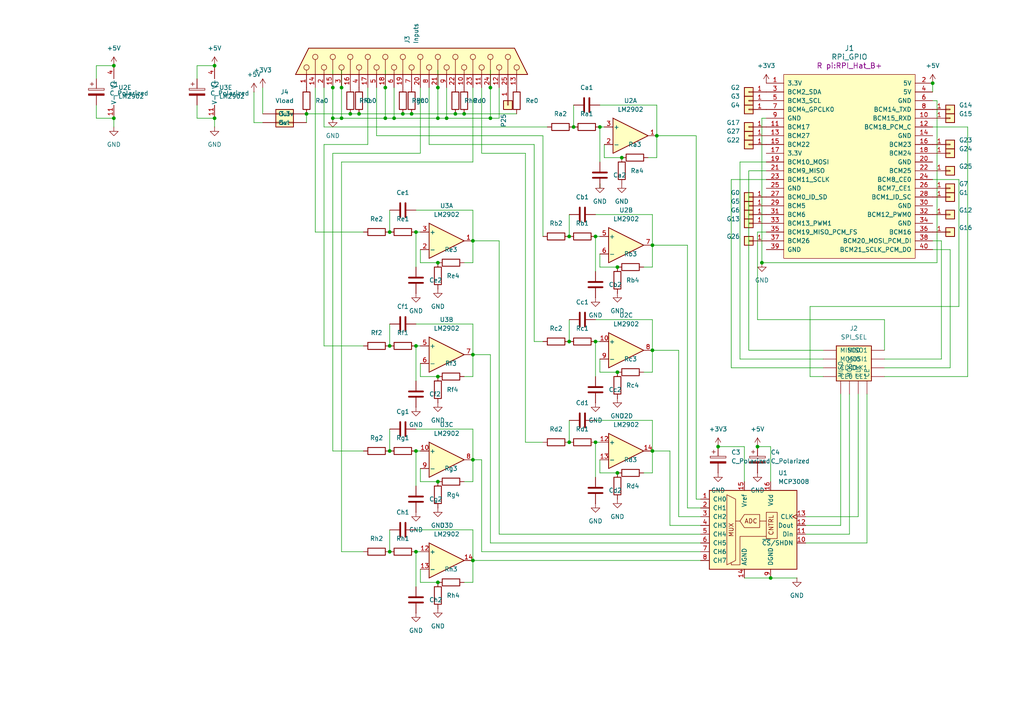
<source format=kicad_sch>
(kicad_sch (version 20231120) (generator "eeschema") (generator_version "8.0")
  (paper "A4")
  (junction (at 88.9 33.02))
  (junction (at 111.76 34.29))
  (junction (at 120.65 100.33))
  (junction (at 208.28 129.54))
  (junction (at 111.76 25.4))
  (junction (at 179.07 77.47))
  (junction (at 96.52 34.29))
  (junction (at 137.16 162.56))
  (junction (at 134.62 33.02))
  (junction (at 127 25.4))
  (junction (at 113.03 67.31))
  (junction (at 179.07 107.95))
  (junction (at 127 139.7))
  (junction (at 62.23 19.05))
  (junction (at 120.65 160.02))
  (junction (at 165.1 68.58))
  (junction (at 104.14 33.02))
  (junction (at 129.54 34.29))
  (junction (at 219.71 129.54))
  (junction (at 114.3 34.29))
  (junction (at 101.6 33.02))
  (junction (at 99.06 34.29))
  (junction (at 142.24 25.4))
  (junction (at 172.72 99.06))
  (junction (at 127 34.29))
  (junction (at 33.02 34.29))
  (junction (at 223.52 167.64))
  (junction (at 33.02 19.05))
  (junction (at 119.38 33.02))
  (junction (at 120.65 130.81))
  (junction (at 220.98 76.2))
  (junction (at 137.16 69.85))
  (junction (at 62.23 34.29))
  (junction (at 127 76.2))
  (junction (at 132.08 33.02))
  (junction (at 172.72 68.58))
  (junction (at 127 109.22))
  (junction (at 165.1 99.06))
  (junction (at 180.34 45.72))
  (junction (at 189.23 71.12))
  (junction (at 166.37 36.83))
  (junction (at 165.1 128.27))
  (junction (at 190.5 39.37))
  (junction (at 172.72 128.27))
  (junction (at 137.16 102.87))
  (junction (at 127 168.91))
  (junction (at 189.23 101.6))
  (junction (at 113.03 100.33))
  (junction (at 120.65 67.31))
  (junction (at 179.07 137.16))
  (junction (at 142.24 34.29))
  (junction (at 113.03 130.81))
  (junction (at 113.03 160.02))
  (junction (at 270.51 24.13))
  (junction (at 137.16 133.35))
  (junction (at 116.84 33.02))
  (junction (at 189.23 130.81))
  (junction (at 173.99 36.83))
  (junction (at 99.06 25.4))
  (junction (at 96.52 25.4))
  (wire (pts (xy 120.65 100.33) (xy 120.65 110.49)))
  (wire (pts (xy 199.39 147.32) (xy 203.2 147.32)))
  (wire (pts (xy 120.65 124.46) (xy 137.16 124.46)))
  (wire (pts (xy 189.23 71.12) (xy 189.23 77.47)))
  (wire (pts (xy 189.23 101.6) (xy 196.85 101.6)))
  (wire (pts (xy 189.23 121.92) (xy 189.23 130.81)))
  (wire (pts (xy 271.78 76.2) (xy 220.98 76.2)))
  (wire (pts (xy 76.2 25.4) (xy 76.2 33.02)))
  (wire (pts (xy 124.46 41.91) (xy 154.94 41.91)))
  (wire (pts (xy 134.62 33.02) (xy 149.86 33.02)))
  (wire (pts (xy 154.94 41.91) (xy 154.94 99.06)))
  (wire (pts (xy 243.84 152.4) (xy 243.84 114.3)))
  (wire (pts (xy 121.92 76.2) (xy 127 76.2)))
  (wire (pts (xy 223.52 167.64) (xy 231.14 167.64)))
  (wire (pts (xy 189.23 101.6) (xy 189.23 107.95)))
  (wire (pts (xy 144.78 69.85) (xy 137.16 69.85)))
  (wire (pts (xy 137.16 153.67) (xy 137.16 162.56)))
  (wire (pts (xy 175.26 36.83) (xy 173.99 36.83)))
  (wire (pts (xy 114.3 34.29) (xy 127 34.29)))
  (wire (pts (xy 222.25 52.07) (xy 212.09 52.07)))
  (wire (pts (xy 190.5 39.37) (xy 201.93 39.37)))
  (wire (pts (xy 111.76 34.29) (xy 114.3 34.29)))
  (wire (pts (xy 173.99 68.58) (xy 172.72 68.58)))
  (wire (pts (xy 27.94 30.48) (xy 27.94 34.29)))
  (wire (pts (xy 165.1 121.92) (xy 165.1 128.27)))
  (wire (pts (xy 172.72 99.06) (xy 172.72 109.22)))
  (wire (pts (xy 173.99 137.16) (xy 179.07 137.16)))
  (wire (pts (xy 246.38 154.94) (xy 246.38 114.3)))
  (wire (pts (xy 57.15 30.48) (xy 57.15 34.29)))
  (wire (pts (xy 189.23 130.81) (xy 189.23 137.16)))
  (wire (pts (xy 120.65 130.81) (xy 120.65 140.97)))
  (wire (pts (xy 173.99 54.61) (xy 173.99 53.34)))
  (wire (pts (xy 120.65 93.98) (xy 137.16 93.98)))
  (wire (pts (xy 270.51 24.13) (xy 270.51 26.67)))
  (wire (pts (xy 270.51 36.83) (xy 280.67 36.83)))
  (wire (pts (xy 256.54 92.71) (xy 256.54 101.6)))
  (wire (pts (xy 166.37 30.48) (xy 166.37 36.83)))
  (wire (pts (xy 190.5 30.48) (xy 190.5 39.37)))
  (wire (pts (xy 99.06 20.32) (xy 99.06 25.4)))
  (wire (pts (xy 137.16 102.87) (xy 137.16 109.22)))
  (wire (pts (xy 212.09 52.07) (xy 212.09 106.68)))
  (wire (pts (xy 234.95 109.22) (xy 238.76 109.22)))
  (wire (pts (xy 27.94 19.05) (xy 27.94 22.86)))
  (wire (pts (xy 93.98 100.33) (xy 105.41 100.33)))
  (wire (pts (xy 189.23 92.71) (xy 189.23 101.6)))
  (wire (pts (xy 137.16 133.35) (xy 137.16 139.7)))
  (wire (pts (xy 121.92 168.91) (xy 127 168.91)))
  (wire (pts (xy 101.6 33.02) (xy 104.14 33.02)))
  (wire (pts (xy 113.03 60.96) (xy 113.03 67.31)))
  (wire (pts (xy 96.52 34.29) (xy 96.52 25.4)))
  (wire (pts (xy 222.25 67.31) (xy 219.71 67.31)))
  (wire (pts (xy 121.92 160.02) (xy 120.65 160.02)))
  (wire (pts (xy 275.59 106.68) (xy 256.54 106.68)))
  (wire (pts (xy 271.78 29.21) (xy 271.78 76.2)))
  (wire (pts (xy 219.71 67.31) (xy 219.71 92.71)))
  (wire (pts (xy 121.92 135.89) (xy 121.92 139.7)))
  (wire (pts (xy 88.9 33.02) (xy 101.6 33.02)))
  (wire (pts (xy 124.46 25.4) (xy 124.46 41.91)))
  (wire (pts (xy 214.63 104.14) (xy 238.76 104.14)))
  (wire (pts (xy 121.92 67.31) (xy 120.65 67.31)))
  (wire (pts (xy 217.17 49.53) (xy 217.17 101.6)))
  (wire (pts (xy 273.05 104.14) (xy 256.54 104.14)))
  (wire (pts (xy 127 25.4) (xy 127 34.29)))
  (wire (pts (xy 157.48 39.37) (xy 157.48 68.58)))
  (wire (pts (xy 142.24 102.87) (xy 137.16 102.87)))
  (wire (pts (xy 203.2 160.02) (xy 139.7 160.02)))
  (wire (pts (xy 173.99 77.47) (xy 179.07 77.47)))
  (wire (pts (xy 106.68 41.91) (xy 93.98 41.91)))
  (wire (pts (xy 273.05 69.85) (xy 273.05 104.14)))
  (wire (pts (xy 173.99 36.83) (xy 173.99 46.99)))
  (wire (pts (xy 113.03 153.67) (xy 113.03 160.02)))
  (wire (pts (xy 278.13 88.9) (xy 234.95 88.9)))
  (wire (pts (xy 121.92 44.45) (xy 96.52 44.45)))
  (wire (pts (xy 280.67 109.22) (xy 256.54 109.22)))
  (wire (pts (xy 121.92 25.4) (xy 121.92 44.45)))
  (wire (pts (xy 99.06 160.02) (xy 105.41 160.02)))
  (wire (pts (xy 73.66 26.67) (xy 73.66 35.56)))
  (wire (pts (xy 248.92 149.86) (xy 233.68 149.86)))
  (wire (pts (xy 137.16 60.96) (xy 137.16 69.85)))
  (wire (pts (xy 175.26 41.91) (xy 175.26 45.72)))
  (wire (pts (xy 62.23 36.83) (xy 62.23 34.29)))
  (wire (pts (xy 33.02 36.83) (xy 33.02 34.29)))
  (wire (pts (xy 270.51 69.85) (xy 273.05 69.85)))
  (wire (pts (xy 91.44 25.4) (xy 91.44 67.31)))
  (wire (pts (xy 248.92 114.3) (xy 248.92 149.86)))
  (wire (pts (xy 120.65 153.67) (xy 137.16 153.67)))
  (wire (pts (xy 121.92 100.33) (xy 120.65 100.33)))
  (wire (pts (xy 111.76 25.4) (xy 111.76 34.29)))
  (wire (pts (xy 173.99 73.66) (xy 173.99 77.47)))
  (wire (pts (xy 99.06 34.29) (xy 96.52 34.29)))
  (wire (pts (xy 62.23 19.05) (xy 57.15 19.05)))
  (wire (pts (xy 199.39 71.12) (xy 199.39 147.32)))
  (wire (pts (xy 33.02 34.29) (xy 27.94 34.29)))
  (wire (pts (xy 121.92 109.22) (xy 127 109.22)))
  (wire (pts (xy 219.71 129.54) (xy 223.52 129.54)))
  (wire (pts (xy 134.62 76.2) (xy 137.16 76.2)))
  (wire (pts (xy 120.65 160.02) (xy 120.65 170.18)))
  (wire (pts (xy 215.9 129.54) (xy 215.9 139.7)))
  (wire (pts (xy 203.2 154.94) (xy 144.78 154.94)))
  (wire (pts (xy 251.46 157.48) (xy 251.46 114.3)))
  (wire (pts (xy 121.92 105.41) (xy 121.92 109.22)))
  (wire (pts (xy 194.31 130.81) (xy 194.31 152.4)))
  (wire (pts (xy 134.62 168.91) (xy 137.16 168.91)))
  (wire (pts (xy 129.54 34.29) (xy 142.24 34.29)))
  (wire (pts (xy 214.63 46.99) (xy 214.63 104.14)))
  (wire (pts (xy 142.24 157.48) (xy 142.24 102.87)))
  (wire (pts (xy 280.67 36.83) (xy 280.67 109.22)))
  (wire (pts (xy 119.38 33.02) (xy 132.08 33.02)))
  (wire (pts (xy 96.52 130.81) (xy 105.41 130.81)))
  (wire (pts (xy 172.72 121.92) (xy 189.23 121.92)))
  (wire (pts (xy 173.99 107.95) (xy 179.07 107.95)))
  (wire (pts (xy 106.68 25.4) (xy 106.68 41.91)))
  (wire (pts (xy 212.09 106.68) (xy 238.76 106.68)))
  (wire (pts (xy 120.65 67.31) (xy 120.65 77.47)))
  (wire (pts (xy 139.7 44.45) (xy 152.4 44.45)))
  (wire (pts (xy 152.4 44.45) (xy 152.4 128.27)))
  (wire (pts (xy 222.25 34.29) (xy 220.98 34.29)))
  (wire (pts (xy 165.1 92.71) (xy 165.1 99.06)))
  (wire (pts (xy 99.06 46.99) (xy 99.06 160.02)))
  (wire (pts (xy 137.16 124.46) (xy 137.16 133.35)))
  (wire (pts (xy 172.72 68.58) (xy 172.72 78.74)))
  (wire (pts (xy 134.62 109.22) (xy 137.16 109.22)))
  (wire (pts (xy 104.14 33.02) (xy 116.84 33.02)))
  (wire (pts (xy 233.68 152.4) (xy 243.84 152.4)))
  (wire (pts (xy 173.99 133.35) (xy 173.99 137.16)))
  (wire (pts (xy 219.71 92.71) (xy 256.54 92.71)))
  (wire (pts (xy 137.16 25.4) (xy 137.16 46.99)))
  (wire (pts (xy 113.03 93.98) (xy 113.03 100.33)))
  (wire (pts (xy 173.99 128.27) (xy 172.72 128.27)))
  (wire (pts (xy 208.28 129.54) (xy 215.9 129.54)))
  (wire (pts (xy 121.92 72.39) (xy 121.92 76.2)))
  (wire (pts (xy 116.84 33.02) (xy 119.38 33.02)))
  (wire (pts (xy 99.06 34.29) (xy 111.76 34.29)))
  (wire (pts (xy 111.76 20.32) (xy 111.76 25.4)))
  (wire (pts (xy 172.72 92.71) (xy 189.23 92.71)))
  (wire (pts (xy 142.24 25.4) (xy 142.24 34.29)))
  (wire (pts (xy 172.72 128.27) (xy 172.72 138.43)))
  (wire (pts (xy 120.65 60.96) (xy 137.16 60.96)))
  (wire (pts (xy 172.72 62.23) (xy 189.23 62.23)))
  (wire (pts (xy 99.06 25.4) (xy 99.06 34.29)))
  (wire (pts (xy 165.1 62.23) (xy 165.1 68.58)))
  (wire (pts (xy 173.99 104.14) (xy 173.99 107.95)))
  (wire (pts (xy 144.78 34.29) (xy 144.78 25.4)))
  (wire (pts (xy 134.62 139.7) (xy 137.16 139.7)))
  (wire (pts (xy 137.16 93.98) (xy 137.16 102.87)))
  (wire (pts (xy 93.98 25.4) (xy 93.98 36.83)))
  (wire (pts (xy 142.24 34.29) (xy 144.78 34.29)))
  (wire (pts (xy 137.16 69.85) (xy 137.16 76.2)))
  (wire (pts (xy 215.9 167.64) (xy 223.52 167.64)))
  (wire (pts (xy 186.69 77.47) (xy 189.23 77.47)))
  (wire (pts (xy 270.51 72.39) (xy 275.59 72.39)))
  (wire (pts (xy 57.15 19.05) (xy 57.15 22.86)))
  (wire (pts (xy 278.13 52.07) (xy 278.13 88.9)))
  (wire (pts (xy 109.22 39.37) (xy 157.48 39.37)))
  (wire (pts (xy 62.23 34.29) (xy 57.15 34.29)))
  (wire (pts (xy 121.92 165.1) (xy 121.92 168.91)))
  (wire (pts (xy 186.69 107.95) (xy 189.23 107.95)))
  (wire (pts (xy 270.51 52.07) (xy 278.13 52.07)))
  (wire (pts (xy 96.52 20.32) (xy 96.52 25.4)))
  (wire (pts (xy 234.95 88.9) (xy 234.95 109.22)))
  (wire (pts (xy 222.25 46.99) (xy 214.63 46.99)))
  (wire (pts (xy 73.66 35.56) (xy 76.2 35.56)))
  (wire (pts (xy 173.99 99.06) (xy 172.72 99.06)))
  (wire (pts (xy 189.23 71.12) (xy 199.39 71.12)))
  (wire (pts (xy 270.51 29.21) (xy 271.78 29.21)))
  (wire (pts (xy 91.44 67.31) (xy 105.41 67.31)))
  (wire (pts (xy 109.22 25.4) (xy 109.22 39.37)))
  (wire (pts (xy 132.08 33.02) (xy 134.62 33.02)))
  (wire (pts (xy 223.52 129.54) (xy 223.52 139.7)))
  (wire (pts (xy 220.98 34.29) (xy 220.98 76.2)))
  (wire (pts (xy 93.98 41.91) (xy 93.98 100.33)))
  (wire (pts (xy 173.99 30.48) (xy 190.5 30.48)))
  (wire (pts (xy 201.93 39.37) (xy 201.93 144.78)))
  (wire (pts (xy 33.02 19.05) (xy 27.94 19.05)))
  (wire (pts (xy 139.7 160.02) (xy 139.7 133.35)))
  (wire (pts (xy 196.85 149.86) (xy 203.2 149.86)))
  (wire (pts (xy 139.7 133.35) (xy 137.16 133.35)))
  (wire (pts (xy 186.69 137.16) (xy 189.23 137.16)))
  (wire (pts (xy 121.92 130.81) (xy 120.65 130.81)))
  (wire (pts (xy 88.9 33.02) (xy 88.9 35.56)))
  (wire (pts (xy 233.68 154.94) (xy 246.38 154.94)))
  (wire (pts (xy 196.85 101.6) (xy 196.85 149.86)))
  (wire (pts (xy 127 34.29) (xy 129.54 34.29)))
  (wire (pts (xy 127 20.32) (xy 127 25.4)))
  (wire (pts (xy 142.24 20.32) (xy 142.24 25.4)))
  (wire (pts (xy 144.78 154.94) (xy 144.78 69.85)))
  (wire (pts (xy 137.16 162.56) (xy 137.16 168.91)))
  (wire (pts (xy 194.31 152.4) (xy 203.2 152.4)))
  (wire (pts (xy 201.93 144.78) (xy 203.2 144.78)))
  (wire (pts (xy 137.16 162.56) (xy 203.2 162.56)))
  (wire (pts (xy 129.54 34.29) (xy 129.54 25.4)))
  (wire (pts (xy 96.52 44.45) (xy 96.52 130.81)))
  (wire (pts (xy 189.23 62.23) (xy 189.23 71.12)))
  (wire (pts (xy 190.5 45.72) (xy 190.5 39.37)))
  (wire (pts (xy 121.92 139.7) (xy 127 139.7)))
  (wire (pts (xy 139.7 25.4) (xy 139.7 44.45)))
  (wire (pts (xy 152.4 128.27) (xy 157.48 128.27)))
  (wire (pts (xy 114.3 34.29) (xy 114.3 25.4)))
  (wire (pts (xy 113.03 124.46) (xy 113.03 130.81)))
  (wire (pts (xy 189.23 130.81) (xy 194.31 130.81)))
  (wire (pts (xy 137.16 46.99) (xy 99.06 46.99)))
  (wire (pts (xy 275.59 72.39) (xy 275.59 106.68)))
  (wire (pts (xy 175.26 45.72) (xy 180.34 45.72)))
  (wire (pts (xy 203.2 157.48) (xy 142.24 157.48)))
  (wire (pts (xy 154.94 99.06) (xy 157.48 99.06)))
  (wire (pts (xy 217.17 101.6) (xy 238.76 101.6)))
  (wire (pts (xy 187.96 45.72) (xy 190.5 45.72)))
  (wire (pts (xy 233.68 157.48) (xy 251.46 157.48)))
  (wire (pts (xy 222.25 49.53) (xy 217.17 49.53)))
  (wire (pts (xy 93.98 36.83) (xy 158.75 36.83)))
  (symbol (lib_id "power:GND") (at 120.65 118.11 0) (unit 1)
    (property "Reference" "#PWR016" (effects (hide yes)))
    (property "Value" "GND" (at 120.65 123.19 0))
    (property "Description" "Power symbol creates a global label with name \"GND\" , ground" (effects (hide yes)))
  )
  (symbol (lib_id "Connector_Generic:Conn_01x01") (at 217.17 41.91 0) (mirror y) (unit 1)
    (property "Reference" "G22" (at 214.63 40.6399 0) (effects (justify left)))
    (property "Value" "GPIO22" (effects (hide yes)))
    (property "Footprint" "Connector_PinHeader_2.54mm:PinHeader_1x01_P2.54mm_Vertical" (effects (hide yes)))
    (property "Description" "Generic connector, single row, 01x01, script generated (kicad-library-utils/schlib/autogen/connector/)" (effects (hide yes)))
  )
  (symbol (lib_id "Connector_Generic:Conn_01x01") (at 217.17 57.15 0) (mirror y) (unit 1)
    (property "Reference" "G0" (at 214.63 55.8799 0) (effects (justify left)))
    (property "Value" "GPIO0" (effects (hide yes)))
    (property "Footprint" "Connector_PinHeader_2.54mm:PinHeader_1x01_P2.54mm_Vertical" (effects (hide yes)))
    (property "Description" "Generic connector, single row, 01x01, script generated (kicad-library-utils/schlib/autogen/connector/)" (effects (hide yes)))
  )
  (symbol (lib_id "Amplifier_Operational:LM2902") (at 181.61 71.12 0) (unit 2)
    (property "Reference" "U2" (at 181.61 60.96 0))
    (property "Value" "LM2902" (at 181.61 63.5 0))
    (property "Footprint" "Package_DIP:DIP-14_W7.62mm" (effects (hide yes)))
    (property "Datasheet" "http://www.ti.com/lit/ds/symlink/lm2902-n.pdf" (effects (hide yes)))
    (property "Description" "Low-Power, Quad-Operational Amplifiers, DIP-14/SOIC-14/SSOP-14" (effects (hide yes)))
  )
  (symbol (lib_id "Connector_Generic:Conn_01x01") (at 275.59 54.61 0) (unit 1)
    (property "Reference" "G7" (at 278.13 53.3399 0) (effects (justify left)))
    (property "Value" "GPIO07" (effects (hide yes)))
    (property "Footprint" "Connector_PinHeader_2.54mm:PinHeader_1x01_P2.54mm_Vertical" (effects (hide yes)))
    (property "Description" "Generic connector, single row, 01x01, script generated (kicad-library-utils/schlib/autogen/connector/)" (effects (hide yes)))
  )
  (symbol (lib_id "Device:R") (at 179.07 81.28 180) (unit 1)
    (property "Reference" "Rb4" (at 181.61 81.2799 0) (effects (justify right)))
    (property "Value" "R" (effects (hide yes)))
    (property "Footprint" "Resistor_THT:R_Axial_DIN0204_L3.6mm_D1.6mm_P7.62mm_Horizontal" (effects (hide yes)))
    (property "Description" "Resistor" (effects (hide yes)))
  )
  (symbol (lib_id "Device:R") (at 180.34 49.53 180) (unit 1)
    (property "Reference" "Ra4" (at 182.88 49.5299 0) (effects (justify right)))
    (property "Value" "R" (effects (hide yes)))
    (property "Footprint" "Resistor_THT:R_Axial_DIN0204_L3.6mm_D1.6mm_P7.62mm_Horizontal" (effects (hide yes)))
    (property "Description" "Resistor" (effects (hide yes)))
  )
  (symbol (lib_id "Device:R") (at 127 113.03 180) (unit 1)
    (property "Reference" "Rf4" (at 129.54 113.0299 0) (effects (justify right)))
    (property "Value" "R" (effects (hide yes)))
    (property "Footprint" "Resistor_THT:R_Axial_DIN0204_L3.6mm_D1.6mm_P7.62mm_Horizontal" (effects (hide yes)))
    (property "Description" "Resistor" (effects (hide yes)))
  )
  (symbol (lib_id "power:GND") (at 62.23 36.83 0) (unit 1)
    (property "Reference" "#PWR020" (effects (hide yes)))
    (property "Value" "GND" (at 62.23 41.91 0))
    (property "Description" "Power symbol creates a global label with name \"GND\" , ground" (effects (hide yes)))
  )
  (symbol (lib_id "Device:R") (at 116.84 160.02 90) (unit 1)
    (property "Reference" "Rh1" (at 116.84 156.21 90))
    (property "Value" "R" (effects (hide yes)))
    (property "Footprint" "Resistor_THT:R_Axial_DIN0204_L3.6mm_D1.6mm_P7.62mm_Horizontal" (effects (hide yes)))
    (property "Description" "Resistor" (effects (hide yes)))
  )
  (symbol (lib_id "Device:R") (at 130.81 168.91 90) (unit 1)
    (property "Reference" "Rh3" (at 130.81 165.1 90))
    (property "Value" "R" (effects (hide yes)))
    (property "Footprint" "Resistor_THT:R_Axial_DIN0204_L3.6mm_D1.6mm_P7.62mm_Horizontal" (effects (hide yes)))
    (property "Description" "Resistor" (effects (hide yes)))
  )
  (symbol (lib_id "Device:C") (at 172.72 142.24 0) (unit 1)
    (property "Reference" "Cd2" (at 176.53 142.2399 0) (effects (justify left)))
    (property "Value" "C" (effects (hide yes)))
    (property "Footprint" "Capacitor_THT:C_Disc_D7.5mm_W5.0mm_P10.00mm" (effects (hide yes)))
    (property "Description" "Unpolarized capacitor" (effects (hide yes)))
  )
  (symbol (lib_id "power:GND") (at 173.99 53.34 0) (unit 1)
    (property "Reference" "#PWR05" (effects (hide yes)))
    (property "Value" "GND" (at 173.99 58.42 0))
    (property "Description" "Power symbol creates a global label with name \"GND\" , ground" (effects (hide yes)))
  )
  (symbol (lib_id "Device:R") (at 168.91 128.27 90) (unit 1)
    (property "Reference" "Rd1" (at 168.91 124.46 90))
    (property "Value" "R" (effects (hide yes)))
    (property "Footprint" "Resistor_THT:R_Axial_DIN0204_L3.6mm_D1.6mm_P7.62mm_Horizontal" (effects (hide yes)))
    (property "Description" "Resistor" (effects (hide yes)))
  )
  (symbol (lib_id "power:+5V") (at 219.71 129.54 0) (unit 1)
    (property "Reference" "#PWR011" (effects (hide yes)))
    (property "Value" "+5V" (at 219.71 124.46 0))
    (property "Description" "Power symbol creates a global label with name \"+5V\"" (effects (hide yes)))
  )
  (symbol (lib_id "Connector_Generic:Conn_01x01") (at 217.17 59.69 0) (mirror y) (unit 1)
    (property "Reference" "G5" (at 214.63 58.4199 0) (effects (justify left)))
    (property "Value" "GPIO5" (effects (hide yes)))
    (property "Footprint" "Connector_PinHeader_2.54mm:PinHeader_1x01_P2.54mm_Vertical" (effects (hide yes)))
    (property "Description" "Generic connector, single row, 01x01, script generated (kicad-library-utils/schlib/autogen/connector/)" (effects (hide yes)))
  )
  (symbol (lib_id "Connector_Generic:Conn_01x01") (at 217.17 36.83 0) (mirror y) (unit 1)
    (property "Reference" "G17" (at 214.63 35.5599 0) (effects (justify left)))
    (property "Value" "GPIO17" (effects (hide yes)))
    (property "Footprint" "Connector_PinHeader_2.54mm:PinHeader_1x01_P2.54mm_Vertical" (effects (hide yes)))
    (property "Description" "Generic connector, single row, 01x01, script generated (kicad-library-utils/schlib/autogen/connector/)" (effects (hide yes)))
  )
  (symbol (lib_id "Device:C") (at 120.65 144.78 0) (unit 1)
    (property "Reference" "Cg2" (at 124.46 144.7799 0) (effects (justify left)))
    (property "Value" "C" (effects (hide yes)))
    (property "Footprint" "Capacitor_THT:C_Disc_D7.5mm_W5.0mm_P10.00mm" (effects (hide yes)))
    (property "Description" "Unpolarized capacitor" (effects (hide yes)))
  )
  (symbol (lib_id "Device:R") (at 149.86 29.21 0) (unit 1)
    (property "Reference" "Re0" (at 152.4 29.2099 0) (effects (justify left)))
    (property "Value" "R" (effects (hide yes)))
    (property "Footprint" "Resistor_THT:R_Axial_DIN0204_L3.6mm_D1.6mm_P7.62mm_Horizontal" (effects (hide yes)))
    (property "Description" "Resistor" (effects (hide yes)))
  )
  (symbol (lib_id "Device:R") (at 116.84 130.81 90) (unit 1)
    (property "Reference" "Rg1" (at 116.84 127 90))
    (property "Value" "R" (effects (hide yes)))
    (property "Footprint" "Resistor_THT:R_Axial_DIN0204_L3.6mm_D1.6mm_P7.62mm_Horizontal" (effects (hide yes)))
    (property "Description" "Resistor" (effects (hide yes)))
  )
  (symbol (lib_id "Connector_Generic:Conn_01x01") (at 275.59 34.29 0) (unit 1)
    (property "Reference" "G15" (at 278.13 33.0199 0) (effects (justify left)))
    (property "Value" "GPIO15" (effects (hide yes)))
    (property "Footprint" "Connector_PinHeader_2.54mm:PinHeader_1x01_P2.54mm_Vertical" (effects (hide yes)))
    (property "Description" "Generic connector, single row, 01x01, script generated (kicad-library-utils/schlib/autogen/connector/)" (effects (hide yes)))
  )
  (symbol (lib_id "power:+3V3") (at 76.2 25.4 0) (unit 1)
    (property "Reference" "#PWR014" (effects (hide yes)))
    (property "Value" "+3V3" (at 76.2 20.32 0))
    (property "Description" "Power symbol creates a global label with name \"+3V3\"" (effects (hide yes)))
  )
  (symbol (lib_id "power:GND") (at 172.72 116.84 0) (unit 1)
    (property "Reference" "#PWR08" (effects (hide yes)))
    (property "Value" "GND" (at 172.72 121.92 0))
    (property "Description" "Power symbol creates a global label with name \"GND\" , ground" (effects (hide yes)))
  )
  (symbol (lib_id "Connector_Generic:Conn_01x01") (at 275.59 62.23 0) (unit 1)
    (property "Reference" "G12" (at 278.13 60.9599 0) (effects (justify left)))
    (property "Value" "GPIO12" (effects (hide yes)))
    (property "Footprint" "Connector_PinHeader_2.54mm:PinHeader_1x01_P2.54mm_Vertical" (effects (hide yes)))
    (property "Description" "Generic connector, single row, 01x01, script generated (kicad-library-utils/schlib/autogen/connector/)" (effects (hide yes)))
  )
  (symbol (lib_id "Connector_Generic:Conn_01x01") (at 217.17 69.85 0) (mirror y) (unit 1)
    (property "Reference" "G26" (at 214.63 68.5799 0) (effects (justify left)))
    (property "Value" "GPIO26" (effects (hide yes)))
    (property "Footprint" "Connector_PinHeader_2.54mm:PinHeader_1x01_P2.54mm_Vertical" (effects (hide yes)))
    (property "Description" "Generic connector, single row, 01x01, script generated (kicad-library-utils/schlib/autogen/connector/)" (effects (hide yes)))
  )
  (symbol (lib_id "Connector_Generic:Conn_01x01") (at 217.17 29.21 0) (mirror y) (unit 1)
    (property "Reference" "G3" (at 214.63 27.9399 0) (effects (justify left)))
    (property "Value" "GPIO3" (effects (hide yes)))
    (property "Footprint" "Connector_PinHeader_2.54mm:PinHeader_1x01_P2.54mm_Vertical" (effects (hide yes)))
    (property "Description" "Generic connector, single row, 01x01, script generated (kicad-library-utils/schlib/autogen/connector/)" (effects (hide yes)))
  )
  (symbol (lib_id "Device:R") (at 130.81 139.7 90) (unit 1)
    (property "Reference" "Rg3" (at 130.81 135.89 90))
    (property "Value" "R" (effects (hide yes)))
    (property "Footprint" "Resistor_THT:R_Axial_DIN0204_L3.6mm_D1.6mm_P7.62mm_Horizontal" (effects (hide yes)))
    (property "Description" "Resistor" (effects (hide yes)))
  )
  (symbol (lib_id "Device:R") (at 109.22 160.02 90) (unit 1)
    (property "Reference" "Rh2" (at 109.22 156.21 90))
    (property "Value" "R" (effects (hide yes)))
    (property "Footprint" "Resistor_THT:R_Axial_DIN0204_L3.6mm_D1.6mm_P7.62mm_Horizontal" (effects (hide yes)))
    (property "Description" "Resistor" (effects (hide yes)))
  )
  (symbol (lib_id "Device:R") (at 182.88 107.95 90) (unit 1)
    (property "Reference" "Rc3" (at 182.88 104.14 90))
    (property "Value" "R" (effects (hide yes)))
    (property "Footprint" "Resistor_THT:R_Axial_DIN0204_L3.6mm_D1.6mm_P7.62mm_Horizontal" (effects (hide yes)))
    (property "Description" "Resistor" (effects (hide yes)))
  )
  (symbol (lib_id "Connector_Generic:Conn_01x01") (at 275.59 44.45 0) (unit 1)
    (property "Reference" "G24" (at 278.13 43.1799 0) (effects (justify left)))
    (property "Value" "GPIO24" (effects (hide yes)))
    (property "Footprint" "Connector_PinHeader_2.54mm:PinHeader_1x01_P2.54mm_Vertical" (effects (hide yes)))
    (property "Description" "Generic connector, single row, 01x01, script generated (kicad-library-utils/schlib/autogen/connector/)" (effects (hide yes)))
  )
  (symbol (lib_id "power:GND") (at 179.07 144.78 0) (unit 1)
    (property "Reference" "#PWR025" (effects (hide yes)))
    (property "Value" "GND" (at 179.07 149.86 0))
    (property "Description" "Power symbol creates a global label with name \"GND\" , ground" (effects (hide yes)))
  )
  (symbol (lib_id "Device:R") (at 179.07 111.76 180) (unit 1)
    (property "Reference" "Rc4" (at 181.61 111.7599 0) (effects (justify right)))
    (property "Value" "R" (effects (hide yes)))
    (property "Footprint" "Resistor_THT:R_Axial_DIN0204_L3.6mm_D1.6mm_P7.62mm_Horizontal" (effects (hide yes)))
    (property "Description" "Resistor" (effects (hide yes)))
  )
  (symbol (lib_name "C_1") (lib_id "Device:C") (at 168.91 92.71 90) (unit 1)
    (property "Reference" "Cc1" (at 168.91 87.63 90))
    (property "Value" "C" (effects (hide yes)))
    (property "Footprint" "Capacitor_THT:C_Disc_D7.5mm_W5.0mm_P10.00mm" (effects (hide yes)))
    (property "Description" "Unpolarized capacitor" (effects (hide yes)))
  )
  (symbol (lib_id "power:+5V") (at 270.51 24.13 0) (unit 1)
    (property "Reference" "#PWR09" (effects (hide yes)))
    (property "Value" "+5V" (at 270.51 19.05 0))
    (property "Description" "Power symbol creates a global label with name \"+5V\"" (effects (hide yes)))
  )
  (symbol (lib_id "Device:R") (at 170.18 36.83 90) (unit 1)
    (property "Reference" "Ra1" (at 170.18 33.02 90))
    (property "Value" "R" (effects (hide yes)))
    (property "Footprint" "Resistor_THT:R_Axial_DIN0204_L3.6mm_D1.6mm_P7.62mm_Horizontal" (effects (hide yes)))
    (property "Description" "Resistor" (effects (hide yes)))
  )
  (symbol (lib_id "Device:C") (at 120.65 114.3 0) (unit 1)
    (property "Reference" "Cf2" (at 124.46 114.2999 0) (effects (justify left)))
    (property "Value" "C" (effects (hide yes)))
    (property "Footprint" "Capacitor_THT:C_Disc_D7.5mm_W5.0mm_P10.00mm" (effects (hide yes)))
    (property "Description" "Unpolarized capacitor" (effects (hide yes)))
  )
  (symbol (lib_id "Amplifier_Operational:LM2902") (at 182.88 39.37 0) (unit 1)
    (property "Reference" "U2" (at 182.88 29.21 0))
    (property "Value" "LM2902" (at 182.88 31.75 0))
    (property "Footprint" "Package_DIP:DIP-14_W7.62mm" (effects (hide yes)))
    (property "Datasheet" "http://www.ti.com/lit/ds/symlink/lm2902-n.pdf" (effects (hide yes)))
    (property "Description" "Low-Power, Quad-Operational Amplifiers, DIP-14/SOIC-14/SSOP-14" (effects (hide yes)))
  )
  (symbol (lib_id "Device:C") (at 172.72 82.55 0) (unit 1)
    (property "Reference" "Cb2" (at 176.53 82.5499 0) (effects (justify left)))
    (property "Value" "C" (effects (hide yes)))
    (property "Footprint" "Capacitor_THT:C_Disc_D7.5mm_W5.0mm_P10.00mm" (effects (hide yes)))
    (property "Description" "Unpolarized capacitor" (effects (hide yes)))
  )
  (symbol (lib_id "power:GND") (at 180.34 53.34 0) (unit 1)
    (property "Reference" "#PWR022" (effects (hide yes)))
    (property "Value" "GND" (at 180.34 58.42 0))
    (property "Description" "Power symbol creates a global label with name \"GND\" , ground" (effects (hide yes)))
  )
  (symbol (lib_id "power:GND") (at 172.72 86.36 0) (unit 1)
    (property "Reference" "#PWR07" (effects (hide yes)))
    (property "Value" "GND" (at 172.72 91.44 0))
    (property "Description" "Power symbol creates a global label with name \"GND\" , ground" (effects (hide yes)))
  )
  (symbol (lib_id "power:GND") (at 208.28 137.16 0) (unit 1)
    (property "Reference" "#PWR030" (effects (hide yes)))
    (property "Value" "GND" (at 208.28 142.24 0))
    (property "Description" "Power symbol creates a global label with name \"GND\" , ground" (effects (hide yes)))
  )
  (symbol (lib_id "Connector_Generic:Conn_01x01") (at 217.17 64.77 0) (mirror y) (unit 1)
    (property "Reference" "G13" (at 214.63 63.4999 0) (effects (justify left)))
    (property "Value" "GPIO13" (effects (hide yes)))
    (property "Footprint" "Connector_PinHeader_2.54mm:PinHeader_1x01_P2.54mm_Vertical" (effects (hide yes)))
    (property "Description" "Generic connector, single row, 01x01, script generated (kicad-library-utils/schlib/autogen/connector/)" (effects (hide yes)))
  )
  (symbol (lib_name "C_1") (lib_id "Device:C") (at 116.84 60.96 90) (unit 1)
    (property "Reference" "Ce1" (at 116.84 55.88 90))
    (property "Value" "C" (effects (hide yes)))
    (property "Footprint" "Capacitor_THT:C_Disc_D7.5mm_W5.0mm_P10.00mm" (effects (hide yes)))
    (property "Description" "Unpolarized capacitor" (effects (hide yes)))
  )
  (symbol (lib_id "power:GND") (at 127 176.53 0) (unit 1)
    (property "Reference" "#PWR029" (effects (hide yes)))
    (property "Value" "GND" (at 127 181.61 0))
    (property "Description" "Power symbol creates a global label with name \"GND\" , ground" (effects (hide yes)))
  )
  (symbol (lib_id "Device:C_Polarized") (at 208.28 133.35 0) (unit 1)
    (property "Reference" "C3" (at 212.09 131.1909 0) (effects (justify left)))
    (property "Value" "C_Polarized" (at 212.09 133.7309 0) (effects (justify left)))
    (property "Footprint" "Capacitor_THT:CP_Radial_D5.0mm_P2.50mm" (effects (hide yes)))
    (property "Description" "Polarized capacitor" (effects (hide yes)))
  )
  (symbol (lib_id "Device:R") (at 130.81 109.22 90) (unit 1)
    (property "Reference" "Rf3" (at 130.81 105.41 90))
    (property "Value" "R" (effects (hide yes)))
    (property "Footprint" "Resistor_THT:R_Axial_DIN0204_L3.6mm_D1.6mm_P7.62mm_Horizontal" (effects (hide yes)))
    (property "Description" "Resistor" (effects (hide yes)))
  )
  (symbol (lib_id "Connector_Generic:Conn_01x01") (at 147.32 30.48 90) (mirror x) (unit 1)
    (property "Reference" "P25" (at 146.0499 33.02 0) (effects (justify left)))
    (property "Value" "GPIO2" (effects (hide yes)))
    (property "Footprint" "Connector_PinHeader_2.54mm:PinHeader_1x01_P2.54mm_Vertical" (effects (hide yes)))
    (property "Description" "Generic connector, single row, 01x01, script generated (kicad-library-utils/schlib/autogen/connector/)" (effects (hide yes)))
  )
  (symbol (lib_id "Device:R") (at 168.91 99.06 90) (unit 1)
    (property "Reference" "Rc1" (at 168.91 95.25 90))
    (property "Value" "R" (effects (hide yes)))
    (property "Footprint" "Resistor_THT:R_Axial_DIN0204_L3.6mm_D1.6mm_P7.62mm_Horizontal" (effects (hide yes)))
    (property "Description" "Resistor" (effects (hide yes)))
  )
  (symbol (lib_id "power:+5V") (at 62.23 19.05 0) (unit 1)
    (property "Reference" "#PWR019" (effects (hide yes)))
    (property "Value" "+5V" (at 62.23 13.97 0))
    (property "Description" "Power symbol creates a global label with name \"+5V\"" (effects (hide yes)))
  )
  (symbol (lib_id "power:+5V") (at 33.02 19.05 0) (unit 1)
    (property "Reference" "#PWR010" (effects (hide yes)))
    (property "Value" "+5V" (at 33.02 13.97 0))
    (property "Description" "Power symbol creates a global label with name \"+5V\"" (effects (hide yes)))
  )
  (symbol (lib_name "C_1") (lib_id "Device:C") (at 116.84 93.98 90) (unit 1)
    (property "Reference" "Cf1" (at 116.84 88.9 90))
    (property "Value" "C" (effects (hide yes)))
    (property "Footprint" "Capacitor_THT:C_Disc_D7.5mm_W5.0mm_P10.00mm" (effects (hide yes)))
    (property "Description" "Unpolarized capacitor" (effects (hide yes)))
  )
  (symbol (lib_id "power:GND") (at 96.52 34.29 0) (unit 1)
    (property "Reference" "#PWR04" (effects (hide yes)))
    (property "Value" "GND" (at 96.52 39.37 0))
    (property "Description" "Power symbol creates a global label with name \"GND\" , ground" (effects (hide yes)))
  )
  (symbol (lib_id "Amplifier_Operational:LM2902") (at 129.54 133.35 0) (unit 3)
    (property "Reference" "U3" (at 129.54 123.19 0))
    (property "Value" "LM2902" (at 129.54 125.73 0))
    (property "Footprint" "Package_DIP:DIP-14_W7.62mm" (effects (hide yes)))
    (property "Datasheet" "http://www.ti.com/lit/ds/symlink/lm2902-n.pdf" (effects (hide yes)))
    (property "Description" "Low-Power, Quad-Operational Amplifiers, DIP-14/SOIC-14/SSOP-14" (effects (hide yes)))
  )
  (symbol (lib_id "power:GND") (at 219.71 137.16 0) (unit 1)
    (property "Reference" "#PWR031" (effects (hide yes)))
    (property "Value" "GND" (at 219.71 142.24 0))
    (property "Description" "Power symbol creates a global label with name \"GND\" , ground" (effects (hide yes)))
  )
  (symbol (lib_id "Device:R") (at 88.9 29.21 0) (unit 1)
    (property "Reference" "Ra0" (at 91.44 29.2099 0) (effects (justify left)))
    (property "Value" "R" (effects (hide yes)))
    (property "Footprint" "Resistor_THT:R_Axial_DIN0204_L3.6mm_D1.6mm_P7.62mm_Horizontal" (effects (hide yes)))
    (property "Description" "Resistor" (effects (hide yes)))
  )
  (symbol (lib_id "power:GND") (at 127 83.82 0) (unit 1)
    (property "Reference" "#PWR026" (effects (hide yes)))
    (property "Value" "GND" (at 127 88.9 0))
    (property "Description" "Power symbol creates a global label with name \"GND\" , ground" (effects (hide yes)))
  )
  (symbol (lib_id "power:GND") (at 172.72 146.05 0) (unit 1)
    (property "Reference" "#PWR021" (effects (hide yes)))
    (property "Value" "GND" (at 172.72 151.13 0))
    (property "Description" "Power symbol creates a global label with name \"GND\" , ground" (effects (hide yes)))
  )
  (symbol (lib_id "power:+5V") (at 73.66 26.67 0) (unit 1)
    (property "Reference" "#PWR06" (effects (hide yes)))
    (property "Value" "+5V" (at 73.66 21.59 0))
    (property "Description" "Power symbol creates a global label with name \"+5V\"" (effects (hide yes)))
  )
  (symbol (lib_id "Device:R") (at 109.22 67.31 90) (unit 1)
    (property "Reference" "Re2" (at 109.22 63.5 90))
    (property "Value" "R" (effects (hide yes)))
    (property "Footprint" "Resistor_THT:R_Axial_DIN0204_L3.6mm_D1.6mm_P7.62mm_Horizontal" (effects (hide yes)))
    (property "Description" "Resistor" (effects (hide yes)))
  )
  (symbol (lib_id "Device:C_Polarized") (at 57.15 26.67 0) (unit 1)
    (property "Reference" "C2" (at 60.96 24.5109 0) (effects (justify left)))
    (property "Value" "C_Polarized" (at 60.96 27.0509 0) (effects (justify left)))
    (property "Footprint" "Capacitor_THT:CP_Radial_D5.0mm_P2.50mm" (effects (hide yes)))
    (property "Description" "Polarized capacitor" (effects (hide yes)))
  )
  (symbol (lib_id "power:GND") (at 120.65 177.8 0) (unit 1)
    (property "Reference" "#PWR018" (effects (hide yes)))
    (property "Value" "GND" (at 120.65 182.88 0))
    (property "Description" "Power symbol creates a global label with name \"GND\" , ground" (effects (hide yes)))
  )
  (symbol (lib_id "Amplifier_Operational:LM2902") (at 35.56 26.67 0) (unit 5)
    (property "Reference" "U2" (at 34.29 25.3999 0) (effects (justify left)))
    (property "Value" "LM2902" (at 34.29 27.9399 0) (effects (justify left)))
    (property "Footprint" "Package_DIP:DIP-14_W7.62mm" (effects (hide yes)))
    (property "Datasheet" "http://www.ti.com/lit/ds/symlink/lm2902-n.pdf" (effects (hide yes)))
    (property "Description" "Low-Power, Quad-Operational Amplifiers, DIP-14/SOIC-14/SSOP-14" (effects (hide yes)))
  )
  (symbol (lib_id "Amplifier_Operational:LM2902") (at 64.77 26.67 0) (unit 5)
    (property "Reference" "U3" (at 63.5 25.3999 0) (effects (justify left)))
    (property "Value" "LM2902" (at 63.5 27.9399 0) (effects (justify left)))
    (property "Footprint" "Package_DIP:DIP-14_W7.62mm" (effects (hide yes)))
    (property "Datasheet" "http://www.ti.com/lit/ds/symlink/lm2902-n.pdf" (effects (hide yes)))
    (property "Description" "Low-Power, Quad-Operational Amplifiers, DIP-14/SOIC-14/SSOP-14" (effects (hide yes)))
  )
  (symbol (lib_id "Device:C") (at 120.65 81.28 0) (unit 1)
    (property "Reference" "Ce2" (at 124.46 81.2799 0) (effects (justify left)))
    (property "Value" "C" (effects (hide yes)))
    (property "Footprint" "Capacitor_THT:C_Disc_D7.5mm_W5.0mm_P10.00mm" (effects (hide yes)))
    (property "Description" "Unpolarized capacitor" (effects (hide yes)))
  )
  (symbol (lib_id "Device:R") (at 116.84 100.33 90) (unit 1)
    (property "Reference" "Rf1" (at 116.84 96.52 90))
    (property "Value" "R" (effects (hide yes)))
    (property "Footprint" "Resistor_THT:R_Axial_DIN0204_L3.6mm_D1.6mm_P7.62mm_Horizontal" (effects (hide yes)))
    (property "Description" "Resistor" (effects (hide yes)))
  )
  (symbol (lib_name "C_1") (lib_id "Device:C") (at 168.91 62.23 90) (unit 1)
    (property "Reference" "Cb1" (at 168.91 57.15 90))
    (property "Value" "C" (effects (hide yes)))
    (property "Footprint" "Capacitor_THT:C_Disc_D7.5mm_W5.0mm_P10.00mm" (effects (hide yes)))
    (property "Description" "Unpolarized capacitor" (effects (hide yes)))
  )
  (symbol (lib_name "C_1") (lib_id "Device:C") (at 168.91 121.92 90) (unit 1)
    (property "Reference" "Cd1" (at 168.91 116.84 90))
    (property "Value" "C" (effects (hide yes)))
    (property "Footprint" "Capacitor_THT:C_Disc_D7.5mm_W5.0mm_P10.00mm" (effects (hide yes)))
    (property "Description" "Unpolarized capacitor" (effects (hide yes)))
  )
  (symbol (lib_id "Device:R") (at 127 143.51 180) (unit 1)
    (property "Reference" "Rg4" (at 129.54 143.5099 0) (effects (justify right)))
    (property "Value" "R" (effects (hide yes)))
    (property "Footprint" "Resistor_THT:R_Axial_DIN0204_L3.6mm_D1.6mm_P7.62mm_Horizontal" (effects (hide yes)))
    (property "Description" "Resistor" (effects (hide yes)))
  )
  (symbol (lib_id "Device:R") (at 127 80.01 180) (unit 1)
    (property "Reference" "Re4" (at 129.54 80.0099 0) (effects (justify right)))
    (property "Value" "R" (effects (hide yes)))
    (property "Footprint" "Resistor_THT:R_Axial_DIN0204_L3.6mm_D1.6mm_P7.62mm_Horizontal" (effects (hide yes)))
    (property "Description" "Resistor" (effects (hide yes)))
  )
  (symbol (lib_id "power:GND") (at 120.65 148.59 0) (unit 1)
    (property "Reference" "#PWR017" (effects (hide yes)))
    (property "Value" "GND" (at 120.65 153.67 0))
    (property "Description" "Power symbol creates a global label with name \"GND\" , ground" (effects (hide yes)))
  )
  (symbol (lib_id "Amplifier_Operational:LM2902") (at 181.61 101.6 0) (unit 3)
    (property "Reference" "U2" (at 181.61 91.44 0))
    (property "Value" "LM2902" (at 181.61 93.98 0))
    (property "Footprint" "Package_DIP:DIP-14_W7.62mm" (effects (hide yes)))
    (property "Datasheet" "http://www.ti.com/lit/ds/symlink/lm2902-n.pdf" (effects (hide yes)))
    (property "Description" "Low-Power, Quad-Operational Amplifiers, DIP-14/SOIC-14/SSOP-14" (effects (hide yes)))
  )
  (symbol (lib_id "Connector_Generic:Conn_02x02_Odd_Even") (at 81.28 33.02 0) (unit 1)
    (property "Reference" "J4" (at 82.55 26.67 0))
    (property "Value" "Vload" (at 82.55 29.21 0))
    (property "Footprint" "Connector_PinHeader_2.54mm:PinHeader_2x02_P2.54mm_Vertical" (effects (hide yes)))
    (property "Description" "Generic connector, double row, 02x02, odd/even pin numbering scheme (row 1 odd numbers, row 2 even numbers), script generated (kicad-library-utils/schlib/autogen/connector/)" (effects (hide yes)))
  )
  (symbol (lib_id "power:GND") (at 127 116.84 0) (unit 1)
    (property "Reference" "#PWR027" (effects (hide yes)))
    (property "Value" "GND" (at 127 121.92 0))
    (property "Description" "Power symbol creates a global label with name \"GND\" , ground" (effects (hide yes)))
  )
  (symbol (lib_id "Device:R") (at 168.91 68.58 90) (unit 1)
    (property "Reference" "Rb1" (at 168.91 64.77 90))
    (property "Value" "R" (effects (hide yes)))
    (property "Footprint" "Resistor_THT:R_Axial_DIN0204_L3.6mm_D1.6mm_P7.62mm_Horizontal" (effects (hide yes)))
    (property "Description" "Resistor" (effects (hide yes)))
  )
  (symbol (lib_id "Amplifier_Operational:LM2902") (at 129.54 102.87 0) (unit 2)
    (property "Reference" "U3" (at 129.54 92.71 0))
    (property "Value" "LM2902" (at 129.54 95.25 0))
    (property "Footprint" "Package_DIP:DIP-14_W7.62mm" (effects (hide yes)))
    (property "Datasheet" "http://www.ti.com/lit/ds/symlink/lm2902-n.pdf" (effects (hide yes)))
    (property "Description" "Low-Power, Quad-Operational Amplifiers, DIP-14/SOIC-14/SSOP-14" (effects (hide yes)))
  )
  (symbol (lib_id "Device:C") (at 172.72 113.03 0) (unit 1)
    (property "Reference" "Cc2" (at 176.53 113.0299 0) (effects (justify left)))
    (property "Value" "C" (effects (hide yes)))
    (property "Footprint" "Capacitor_THT:C_Disc_D7.5mm_W5.0mm_P10.00mm" (effects (hide yes)))
    (property "Description" "Unpolarized capacitor" (effects (hide yes)))
  )
  (symbol (lib_id "Device:R") (at 104.14 29.21 0) (unit 1)
    (property "Reference" "Rb0" (at 105.41 29.2099 0) (effects (justify left)))
    (property "Value" "R" (effects (hide yes)))
    (property "Footprint" "Resistor_THT:R_Axial_DIN0204_L3.6mm_D1.6mm_P7.62mm_Horizontal" (effects (hide yes)))
    (property "Description" "Resistor" (effects (hide yes)))
  )
  (symbol (lib_id "Amplifier_Operational:LM2902") (at 129.54 162.56 0) (unit 4)
    (property "Reference" "U3" (at 129.54 152.4 0))
    (property "Value" "LM2902" (at 129.54 154.94 0))
    (property "Footprint" "Package_DIP:DIP-14_W7.62mm" (effects (hide yes)))
    (property "Datasheet" "http://www.ti.com/lit/ds/symlink/lm2902-n.pdf" (effects (hide yes)))
    (property "Description" "Low-Power, Quad-Operational Amplifiers, DIP-14/SOIC-14/SSOP-14" (effects (hide yes)))
  )
  (symbol (lib_id "power:GND") (at 179.07 85.09 0) (unit 1)
    (property "Reference" "#PWR023" (effects (hide yes)))
    (property "Value" "GND" (at 179.07 90.17 0))
    (property "Description" "Power symbol creates a global label with name \"GND\" , ground" (effects (hide yes)))
  )
  (symbol (lib_name "C_1") (lib_id "Device:C") (at 116.84 153.67 90) (unit 1)
    (property "Reference" "Ch1" (at 116.84 148.59 90))
    (property "Value" "C" (effects (hide yes)))
    (property "Footprint" "Capacitor_THT:C_Disc_D7.5mm_W5.0mm_P10.00mm" (effects (hide yes)))
    (property "Description" "Unpolarized capacitor" (effects (hide yes)))
  )
  (symbol (lib_id "power:GND") (at 120.65 85.09 0) (unit 1)
    (property "Reference" "#PWR015" (effects (hide yes)))
    (property "Value" "GND" (at 120.65 90.17 0))
    (property "Description" "Power symbol creates a global label with name \"GND\" , ground" (effects (hide yes)))
  )
  (symbol (lib_id "Device:C_Polarized") (at 27.94 26.67 0) (unit 1)
    (property "Reference" "C1" (at 31.75 24.5109 0) (effects (justify left)))
    (property "Value" "C_Polarized" (at 31.75 27.0509 0) (effects (justify left)))
    (property "Footprint" "Capacitor_THT:CP_Radial_D5.0mm_P2.50mm" (effects (hide yes)))
    (property "Description" "Polarized capacitor" (effects (hide yes)))
  )
  (symbol (lib_id "Device:R") (at 132.08 29.21 0) (unit 1)
    (property "Reference" "Rh0" (at 134.62 29.2099 0) (effects (justify left)))
    (property "Value" "R" (effects (hide yes)))
    (property "Footprint" "Resistor_THT:R_Axial_DIN0204_L3.6mm_D1.6mm_P7.62mm_Horizontal" (effects (hide yes)))
    (property "Description" "Resistor" (effects (hide yes)))
  )
  (symbol (lib_id "Device:R") (at 130.81 76.2 90) (unit 1)
    (property "Reference" "Re3" (at 130.81 72.39 90))
    (property "Value" "R" (effects (hide yes)))
    (property "Footprint" "Resistor_THT:R_Axial_DIN0204_L3.6mm_D1.6mm_P7.62mm_Horizontal" (effects (hide yes)))
    (property "Description" "Resistor" (effects (hide yes)))
  )
  (symbol (lib_id "power:GND") (at 127 147.32 0) (unit 1)
    (property "Reference" "#PWR028" (effects (hide yes)))
    (property "Value" "GND" (at 127 152.4 0))
    (property "Description" "Power symbol creates a global label with name \"GND\" , ground" (effects (hide yes)))
  )
  (symbol (lib_id "Device:R") (at 134.62 29.21 0) (unit 1)
    (property "Reference" "Rd0" (at 137.16 29.2099 0) (effects (justify left)))
    (property "Value" "R" (effects (hide yes)))
    (property "Footprint" "Resistor_THT:R_Axial_DIN0204_L3.6mm_D1.6mm_P7.62mm_Horizontal" (effects (hide yes)))
    (property "Description" "Resistor" (effects (hide yes)))
  )
  (symbol (lib_id "Device:R") (at 161.29 68.58 90) (unit 1)
    (property "Reference" "Rb2" (at 161.29 64.77 90))
    (property "Value" "R" (effects (hide yes)))
    (property "Footprint" "Resistor_THT:R_Axial_DIN0204_L3.6mm_D1.6mm_P7.62mm_Horizontal" (effects (hide yes)))
    (property "Description" "Resistor" (effects (hide yes)))
  )
  (symbol (lib_id "Device:R") (at 184.15 45.72 90) (unit 1)
    (property "Reference" "Ra3" (at 184.15 41.91 90))
    (property "Value" "R" (effects (hide yes)))
    (property "Footprint" "Resistor_THT:R_Axial_DIN0204_L3.6mm_D1.6mm_P7.62mm_Horizontal" (effects (hide yes)))
    (property "Description" "Resistor" (effects (hide yes)))
  )
  (symbol (lib_id "Device:R") (at 109.22 100.33 90) (unit 1)
    (property "Reference" "Rf2" (at 109.22 96.52 90))
    (property "Value" "R" (effects (hide yes)))
    (property "Footprint" "Resistor_THT:R_Axial_DIN0204_L3.6mm_D1.6mm_P7.62mm_Horizontal" (effects (hide yes)))
    (property "Description" "Resistor" (effects (hide yes)))
  )
  (symbol (lib_id "power:+3V3") (at 208.28 129.54 0) (unit 1)
    (property "Reference" "#PWR012" (effects (hide yes)))
    (property "Value" "+3V3" (at 208.28 124.46 0))
    (property "Description" "Power symbol creates a global label with name \"+3V3\"" (effects (hide yes)))
  )
  (symbol (lib_id "Device:R") (at 161.29 99.06 90) (unit 1)
    (property "Reference" "Rc2" (at 161.29 95.25 90))
    (property "Value" "R" (effects (hide yes)))
    (property "Footprint" "Resistor_THT:R_Axial_DIN0204_L3.6mm_D1.6mm_P7.62mm_Horizontal" (effects (hide yes)))
    (property "Description" "Resistor" (effects (hide yes)))
  )
  (symbol (lib_id "Device:R") (at 119.38 29.21 0) (unit 1)
    (property "Reference" "Rc0" (at 120.65 29.2099 0) (effects (justify left)))
    (property "Value" "R" (effects (hide yes)))
    (property "Footprint" "Resistor_THT:R_Axial_DIN0204_L3.6mm_D1.6mm_P7.62mm_Horizontal" (effects (hide yes)))
    (property "Description" "Resistor" (effects (hide yes)))
  )
  (symbol (lib_id "Connector_Generic:Conn_01x01") (at 217.17 62.23 0) (mirror y) (unit 1)
    (property "Reference" "G6" (at 214.63 60.9599 0) (effects (justify left)))
    (property "Value" "GPIO6" (effects (hide yes)))
    (property "Footprint" "Connector_PinHeader_2.54mm:PinHeader_1x01_P2.54mm_Vertical" (effects (hide yes)))
    (property "Description" "Generic connector, single row, 01x01, script generated (kicad-library-utils/schlib/autogen/connector/)" (effects (hide yes)))
  )
  (symbol (lib_id "Device:R") (at 162.56 36.83 90) (unit 1)
    (property "Reference" "Ra2" (at 162.56 33.02 90))
    (property "Value" "R" (effects (hide yes)))
    (property "Footprint" "Resistor_THT:R_Axial_DIN0204_L3.6mm_D1.6mm_P7.62mm_Horizontal" (effects (hide yes)))
    (property "Description" "Resistor" (effects (hide yes)))
  )
  (symbol (lib_id "Device:R") (at 116.84 29.21 0) (unit 1)
    (property "Reference" "Rg0" (at 119.38 29.2099 0) (effects (justify left)))
    (property "Value" "R" (effects (hide yes)))
    (property "Footprint" "Resistor_THT:R_Axial_DIN0204_L3.6mm_D1.6mm_P7.62mm_Horizontal" (effects (hide yes)))
    (property "Description" "Resistor" (effects (hide yes)))
  )
  (symbol (lib_id "Analog_ADC:MCP3008") (at 218.44 152.4 0) (unit 1)
    (property "Reference" "U1" (at 225.7141 137.16 0) (effects (justify left)))
    (property "Value" "MCP3008" (at 225.7141 139.7 0) (effects (justify left)))
    (property "Footprint" "Package_DIP:DIP-16_W7.62mm" (effects (hide yes)))
    (property "Datasheet" "http://ww1.microchip.com/downloads/en/DeviceDoc/21295d.pdf" (effects (hide yes)))
    (property "Description" "A/D Converter, 10-Bit, 8-Channel, SPI Interface , 2.7V-5.5V" (effects (hide yes)))
  )
  (symbol (lib_id "power:GND") (at 33.02 36.83 0) (unit 1)
    (property "Reference" "#PWR03" (effects (hide yes)))
    (property "Value" "GND" (at 33.02 41.91 0))
    (property "Description" "Power symbol creates a global label with name \"GND\" , ground" (effects (hide yes)))
  )
  (symbol (lib_id "R Pi:RPi_GPIO") (at 227.33 24.13 0) (unit 1)
    (property "Reference" "J1" (at 246.38 13.97 0) (effects (font (size 1.524 1.524))))
    (property "Value" "RPi_GPIO" (at 246.38 16.51 0) (effects (font (size 1.524 1.524))))
    (property "Footprint" "R pi:RPI_Hat_B+" (at 246.38 19.05 0) (effects (font (size 1.524 1.524))))
  )
  (symbol (lib_id "Connector_Generic:Conn_01x01") (at 217.17 31.75 0) (mirror y) (unit 1)
    (property "Reference" "G4" (at 214.63 30.4799 0) (effects (justify left)))
    (property "Value" "GPIO4" (effects (hide yes)))
    (property "Footprint" "Connector_PinHeader_2.54mm:PinHeader_1x01_P2.54mm_Vertical" (effects (hide yes)))
    (property "Description" "Generic connector, single row, 01x01, script generated (kicad-library-utils/schlib/autogen/connector/)" (effects (hide yes)))
  )
  (symbol (lib_name "C_1") (lib_id "Device:C") (at 170.18 30.48 90) (unit 1)
    (property "Reference" "Ca1" (at 170.18 25.4 90))
    (property "Value" "C" (effects (hide yes)))
    (property "Footprint" "Capacitor_THT:C_Disc_D7.5mm_W5.0mm_P10.00mm" (effects (hide yes)))
    (property "Description" "Unpolarized capacitor" (effects (hide yes)))
  )
  (symbol (lib_id "Device:C_Polarized") (at 219.71 133.35 0) (unit 1)
    (property "Reference" "C4" (at 223.52 131.1909 0) (effects (justify left)))
    (property "Value" "C_Polarized" (at 223.52 133.7309 0) (effects (justify left)))
    (property "Footprint" "Capacitor_THT:CP_Radial_D5.0mm_P2.50mm" (effects (hide yes)))
    (property "Description" "Polarized capacitor" (effects (hide yes)))
  )
  (symbol (lib_id "Connector_Generic:Conn_01x01") (at 275.59 49.53 0) (unit 1)
    (property "Reference" "G25" (at 278.13 48.2599 0) (effects (justify left)))
    (property "Value" "GPIO25" (effects (hide yes)))
    (property "Footprint" "Connector_PinHeader_2.54mm:PinHeader_1x01_P2.54mm_Vertical" (effects (hide yes)))
    (property "Description" "Generic connector, single row, 01x01, script generated (kicad-library-utils/schlib/autogen/connector/)" (effects (hide yes)))
  )
  (symbol (lib_id "power:GND") (at 220.98 76.2 0) (unit 1)
    (property "Reference" "#PWR02" (effects (hide yes)))
    (property "Value" "GND" (at 220.98 81.28 0))
    (property "Description" "Power symbol creates a global label with name \"GND\" , ground" (effects (hide yes)))
  )
  (symbol (lib_id "Connector:DB25_Receptacle") (at 119.38 17.78 90) (unit 1)
    (property "Reference" "J3" (at 118.1099 12.7 0) (effects (justify left)))
    (property "Value" "Inputs" (at 120.6499 12.7 0) (effects (justify left)))
    (property "Footprint" "Connector_Dsub:DSUB-25_Female_Horizontal_P2.77x2.54mm_EdgePinOffset9.40mm" (effects (hide yes)))
    (property "Description" "25-pin female receptacle socket D-SUB connector" (effects (hide yes)))
  )
  (symbol (lib_id "power:GND") (at 231.14 167.64 0) (unit 1)
    (property "Reference" "#PWR01" (effects (hide yes)))
    (property "Value" "GND" (at 231.14 172.72 0))
    (property "Description" "Power symbol creates a global label with name \"GND\" , ground" (effects (hide yes)))
  )
  (symbol (lib_id "Device:R") (at 127 172.72 180) (unit 1)
    (property "Reference" "Rh4" (at 129.54 172.7199 0) (effects (justify right)))
    (property "Value" "R" (effects (hide yes)))
    (property "Footprint" "Resistor_THT:R_Axial_DIN0204_L3.6mm_D1.6mm_P7.62mm_Horizontal" (effects (hide yes)))
    (property "Description" "Resistor" (effects (hide yes)))
  )
  (symbol (lib_id "Connector_Generic:Conn_01x01") (at 217.17 26.67 0) (mirror y) (unit 1)
    (property "Reference" "G2" (at 214.63 25.3999 0) (effects (justify left)))
    (property "Value" "GPIO2" (effects (hide yes)))
    (property "Footprint" "Connector_PinHeader_2.54mm:PinHeader_1x01_P2.54mm_Vertical" (effects (hide yes)))
    (property "Description" "Generic connector, single row, 01x01, script generated (kicad-library-utils/schlib/autogen/connector/)" (effects (hide yes)))
  )
  (symbol (lib_id "Device:R") (at 182.88 137.16 90) (unit 1)
    (property "Reference" "Rd3" (at 182.88 133.35 90))
    (property "Value" "R" (effects (hide yes)))
    (property "Footprint" "Resistor_THT:R_Axial_DIN0204_L3.6mm_D1.6mm_P7.62mm_Horizontal" (effects (hide yes)))
    (property "Description" "Resistor" (effects (hide yes)))
  )
  (symbol (lib_id "Device:R") (at 109.22 130.81 270) (unit 1)
    (property "Reference" "Rg2" (at 109.22 127 90))
    (property "Value" "R" (effects (hide yes)))
    (property "Footprint" "Resistor_THT:R_Axial_DIN0204_L3.6mm_D1.6mm_P7.62mm_Horizontal" (effects (hide yes)))
    (property "Description" "Resistor" (effects (hide yes)))
  )
  (symbol (lib_id "Connector_Generic:Conn_01x01") (at 275.59 57.15 0) (unit 1)
    (property "Reference" "G1" (at 278.13 55.8799 0) (effects (justify left)))
    (property "Value" "GPIO1" (effects (hide yes)))
    (property "Footprint" "Connector_PinHeader_2.54mm:PinHeader_1x01_P2.54mm_Vertical" (effects (hide yes)))
    (property "Description" "Generic connector, single row, 01x01, script generated (kicad-library-utils/schlib/autogen/connector/)" (effects (hide yes)))
  )
  (symbol (lib_id "Amplifier_Operational:LM2902") (at 181.61 130.81 0) (unit 4)
    (property "Reference" "U2" (at 181.61 120.65 0))
    (property "Value" "LM2902" (at 181.61 123.19 0))
    (property "Footprint" "Package_DIP:DIP-14_W7.62mm" (effects (hide yes)))
    (property "Datasheet" "http://www.ti.com/lit/ds/symlink/lm2902-n.pdf" (effects (hide yes)))
    (property "Description" "Low-Power, Quad-Operational Amplifiers, DIP-14/SOIC-14/SSOP-14" (effects (hide yes)))
  )
  (symbol (lib_id "Connector_Generic:Conn_01x01") (at 275.59 41.91 0) (unit 1)
    (property "Reference" "G23" (at 278.13 40.6399 0) (effects (justify left)))
    (property "Value" "GPIO23" (effects (hide yes)))
    (property "Footprint" "Connector_PinHeader_2.54mm:PinHeader_1x01_P2.54mm_Vertical" (effects (hide yes)))
    (property "Description" "Generic connector, single row, 01x01, script generated (kicad-library-utils/schlib/autogen/connector/)" (effects (hide yes)))
  )
  (symbol (lib_id "Device:R") (at 179.07 140.97 180) (unit 1)
    (property "Reference" "Rd4" (at 181.61 140.9699 0) (effects (justify right)))
    (property "Value" "R" (effects (hide yes)))
    (property "Footprint" "Resistor_THT:R_Axial_DIN0204_L3.6mm_D1.6mm_P7.62mm_Horizontal" (effects (hide yes)))
    (property "Description" "Resistor" (effects (hide yes)))
  )
  (symbol (lib_id "Connector_Generic:Conn_01x01") (at 275.59 31.75 0) (unit 1)
    (property "Reference" "G14" (at 278.13 30.4799 0) (effects (justify left)))
    (property "Value" "GPIO14" (effects (hide yes)))
    (property "Footprint" "Connector_PinHeader_2.54mm:PinHeader_1x01_P2.54mm_Vertical" (effects (hide yes)))
    (property "Description" "Generic connector, single row, 01x01, script generated (kicad-library-utils/schlib/autogen/connector/)" (effects (hide yes)))
  )
  (symbol (lib_name "C_1") (lib_id "Device:C") (at 116.84 124.46 90) (unit 1)
    (property "Reference" "Cg1" (at 116.84 119.38 90))
    (property "Value" "C" (effects (hide yes)))
    (property "Footprint" "Capacitor_THT:C_Disc_D7.5mm_W5.0mm_P10.00mm" (effects (hide yes)))
    (property "Description" "Unpolarized capacitor" (effects (hide yes)))
  )
  (symbol (lib_id "power:+3V3") (at 222.25 24.13 0) (unit 1)
    (property "Reference" "#PWR013" (effects (hide yes)))
    (property "Value" "+3V3" (at 222.25 19.05 0))
    (property "Description" "Power symbol creates a global label with name \"+3V3\"" (effects (hide yes)))
  )
  (symbol (lib_id "power:GND") (at 179.07 115.57 0) (unit 1)
    (property "Reference" "#PWR024" (effects (hide yes)))
    (property "Value" "GND" (at 179.07 120.65 0))
    (property "Description" "Power symbol creates a global label with name \"GND\" , ground" (effects (hide yes)))
  )
  (symbol (lib_id "Connector_Generic:Conn_01x01") (at 275.59 67.31 0) (unit 1)
    (property "Reference" "G16" (at 278.13 66.0399 0) (effects (justify left)))
    (property "Value" "GPIO16" (effects (hide yes)))
    (property "Footprint" "Connector_PinHeader_2.54mm:PinHeader_1x01_P2.54mm_Vertical" (effects (hide yes)))
    (property "Description" "Generic connector, single row, 01x01, script generated (kicad-library-utils/schlib/autogen/connector/)" (effects (hide yes)))
  )
  (symbol (lib_id "Device:C") (at 173.99 50.8 0) (unit 1)
    (property "Reference" "Ca2" (at 177.8 50.7999 0) (effects (justify left)))
    (property "Value" "C" (effects (hide yes)))
    (property "Footprint" "Capacitor_THT:C_Disc_D7.5mm_W5.0mm_P10.00mm" (effects (hide yes)))
    (property "Description" "Unpolarized capacitor" (effects (hide yes)))
  )
  (symbol (lib_id "Device:R") (at 116.84 67.31 90) (unit 1)
    (property "Reference" "Re1" (at 116.84 63.5 90))
    (property "Value" "R" (effects (hide yes)))
    (property "Footprint" "Resistor_THT:R_Axial_DIN0204_L3.6mm_D1.6mm_P7.62mm_Horizontal" (effects (hide yes)))
    (property "Description" "Resistor" (effects (hide yes)))
  )
  (symbol (lib_id "Device:C") (at 120.65 173.99 0) (unit 1)
    (property "Reference" "Ch2" (at 124.46 173.9899 0) (effects (justify left)))
    (property "Value" "C" (effects (hide yes)))
    (property "Footprint" "Capacitor_THT:C_Disc_D7.5mm_W5.0mm_P10.00mm" (effects (hide yes)))
    (property "Description" "Unpolarized capacitor" (effects (hide yes)))
  )
  (symbol (lib_id "Device:R") (at 161.29 128.27 90) (unit 1)
    (property "Reference" "Rd2" (at 161.29 124.46 90))
    (property "Value" "R" (effects (hide yes)))
    (property "Footprint" "Resistor_THT:R_Axial_DIN0204_L3.6mm_D1.6mm_P7.62mm_Horizontal" (effects (hide yes)))
    (property "Description" "Resistor" (effects (hide yes)))
  )
  (symbol (lib_id "Amplifier_Operational:LM2902") (at 129.54 69.85 0) (unit 1)
    (property "Reference" "U3" (at 129.54 59.69 0))
    (property "Value" "LM2902" (at 129.54 62.23 0))
    (property "Footprint" "Package_DIP:DIP-14_W7.62mm" (effects (hide yes)))
    (property "Datasheet" "http://www.ti.com/lit/ds/symlink/lm2902-n.pdf" (effects (hide yes)))
    (property "Description" "Low-Power, Quad-Operational Amplifiers, DIP-14/SOIC-14/SSOP-14" (effects (hide yes)))
  )
  (symbol (lib_id "Connector_Generic:Conn_01x01") (at 217.17 39.37 0) (mirror y) (unit 1)
    (property "Reference" "G27" (at 214.63 38.0999 0) (effects (justify left)))
    (property "Value" "GPIO27" (effects (hide yes)))
    (property "Footprint" "Connector_PinHeader_2.54mm:PinHeader_1x01_P2.54mm_Vertical" (effects (hide yes)))
    (property "Description" "Generic connector, single row, 01x01, script generated (kicad-library-utils/schlib/autogen/connector/)" (effects (hide yes)))
  )
  (symbol (lib_id "Device:R") (at 101.6 29.21 0) (unit 1)
    (property "Reference" "Rf0" (at 104.14 29.2099 0) (effects (justify left)))
    (property "Value" "R" (effects (hide yes)))
    (property "Footprint" "Resistor_THT:R_Axial_DIN0204_L3.6mm_D1.6mm_P7.62mm_Horizontal" (effects (hide yes)))
    (property "Description" "Resistor" (effects (hide yes)))
  )
  (symbol (lib_id "Device:R") (at 182.88 77.47 90) (unit 1)
    (property "Reference" "Rb3" (at 182.88 73.66 90))
    (property "Value" "R" (effects (hide yes)))
    (property "Footprint" "Resistor_THT:R_Axial_DIN0204_L3.6mm_D1.6mm_P7.62mm_Horizontal" (effects (hide yes)))
    (property "Description" "Resistor" (effects (hide yes)))
  )
  (symbol (lib_id "Connector_Generic:Conn_02x04_Odd_Even") (at 243.84 104.14 0) (unit 1)
    (property "Reference" "J2" (at 247.65 95.25 0))
    (property "Value" "SPI_SEL" (at 247.65 97.79 0))
    (property "Footprint" "Connector:3x4 pingrid" (effects (hide yes)))
    (property "Description" "Generic connector, double row, 02x04, odd/even pin numbering scheme (row 1 odd numbers, row 2 even numbers), script generated (kicad-library-utils/schlib/autogen/connector/)" (effects (hide yes)))
  )
)
</source>
